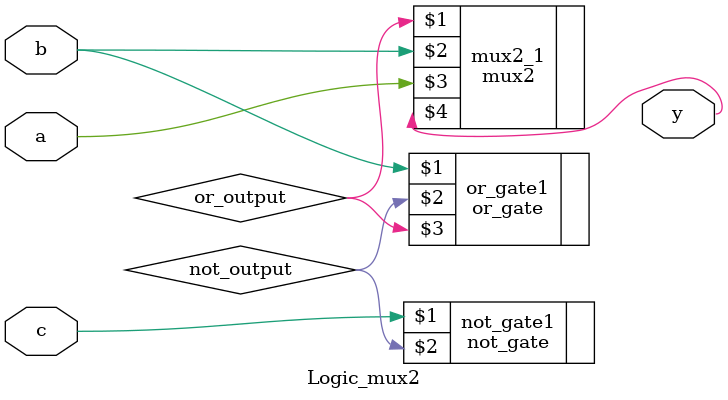
<source format=sv>

`include "mux2-1.sv"
`include "not_gate.sv"
`include "or_gate.sv"

module Logic_mux2(
  input a, b, c,
  output reg y
  );
  
  logic not_output, or_output;
  
  not_gate not_gate1(c, not_output);
  
  or_gate or_gate1(b, not_output, or_output);
  
  mux2 mux2_1(or_output, b, a, y);
  
endmodule


</source>
